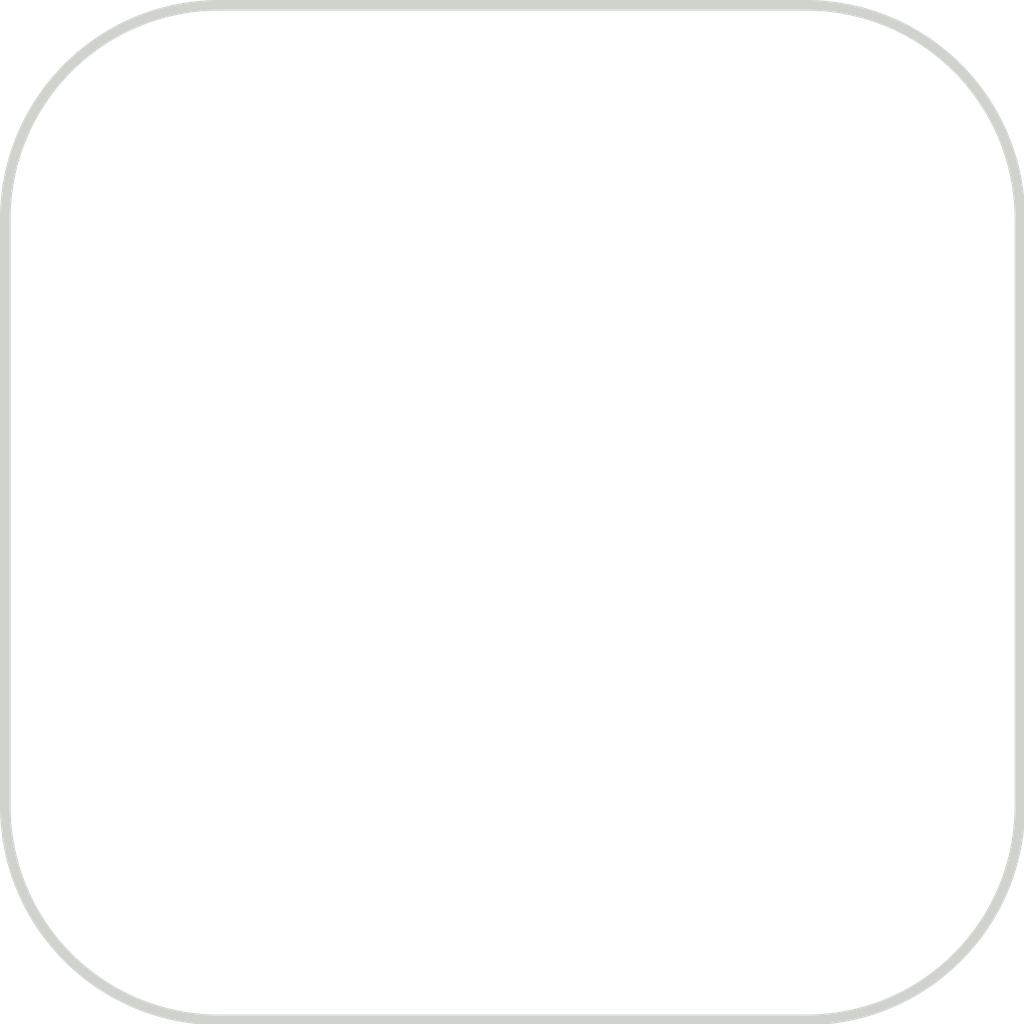
<source format=kicad_pcb>
(kicad_pcb (version 20171130) (host pcbnew 5.1.5)

  (general
    (thickness 1.6)
    (drawings 8)
    (tracks 0)
    (zones 0)
    (modules 0)
    (nets 1)
  )

  (page A4)
  (layers
    (0 F.Cu signal)
    (31 B.Cu signal)
    (32 B.Adhes user)
    (33 F.Adhes user)
    (34 B.Paste user)
    (35 F.Paste user)
    (36 B.SilkS user)
    (37 F.SilkS user)
    (38 B.Mask user)
    (39 F.Mask user)
    (40 Dwgs.User user)
    (41 Cmts.User user)
    (42 Eco1.User user)
    (43 Eco2.User user)
    (44 Edge.Cuts user)
    (45 Margin user)
    (46 B.CrtYd user)
    (47 F.CrtYd user)
    (48 B.Fab user)
    (49 F.Fab user)
  )

  (setup
    (last_trace_width 0.25)
    (trace_clearance 0.2)
    (zone_clearance 0.508)
    (zone_45_only no)
    (trace_min 0.2)
    (via_size 0.8)
    (via_drill 0.4)
    (via_min_size 0.4)
    (via_min_drill 0.3)
    (uvia_size 0.3)
    (uvia_drill 0.1)
    (uvias_allowed no)
    (uvia_min_size 0.2)
    (uvia_min_drill 0.1)
    (edge_width 0.05)
    (segment_width 0.2)
    (pcb_text_width 0.3)
    (pcb_text_size 1.5 1.5)
    (mod_edge_width 0.12)
    (mod_text_size 1 1)
    (mod_text_width 0.15)
    (pad_size 1.524 1.524)
    (pad_drill 0.762)
    (pad_to_mask_clearance 0.051)
    (solder_mask_min_width 0.25)
    (aux_axis_origin 0 0)
    (visible_elements FFFFFF7F)
    (pcbplotparams
      (layerselection 0x010fc_ffffffff)
      (usegerberextensions false)
      (usegerberattributes false)
      (usegerberadvancedattributes false)
      (creategerberjobfile false)
      (excludeedgelayer true)
      (linewidth 0.100000)
      (plotframeref false)
      (viasonmask false)
      (mode 1)
      (useauxorigin false)
      (hpglpennumber 1)
      (hpglpenspeed 20)
      (hpglpendiameter 15.000000)
      (psnegative false)
      (psa4output false)
      (plotreference true)
      (plotvalue true)
      (plotinvisibletext false)
      (padsonsilk false)
      (subtractmaskfromsilk false)
      (outputformat 1)
      (mirror false)
      (drillshape 1)
      (scaleselection 1)
      (outputdirectory ""))
  )

  (net 0 "")

  (net_class Default "This is the default net class."
    (clearance 0.2)
    (trace_width 0.25)
    (via_dia 0.8)
    (via_drill 0.4)
    (uvia_dia 0.3)
    (uvia_drill 0.1)
  )

  (gr_arc (start 55.5 44.5) (end 59.5 44.5) (angle -90) (layer Edge.Cuts) (width 0.2))
  (gr_line (start 44.5 40.5) (end 55.5 40.5) (layer Edge.Cuts) (width 0.2))
  (gr_arc (start 44.5 44.5) (end 44.5 40.5) (angle -90) (layer Edge.Cuts) (width 0.2))
  (gr_line (start 40.5 55.5) (end 40.5 44.5) (layer Edge.Cuts) (width 0.2))
  (gr_arc (start 44.5 55.5) (end 40.5 55.5) (angle -90) (layer Edge.Cuts) (width 0.2))
  (gr_line (start 55.5 59.5) (end 44.5 59.5) (layer Edge.Cuts) (width 0.2))
  (gr_arc (start 55.5 55.5) (end 55.5 59.5) (angle -90) (layer Edge.Cuts) (width 0.2))
  (gr_line (start 59.5 44.5) (end 59.5 55.5) (layer Edge.Cuts) (width 0.2))

)

</source>
